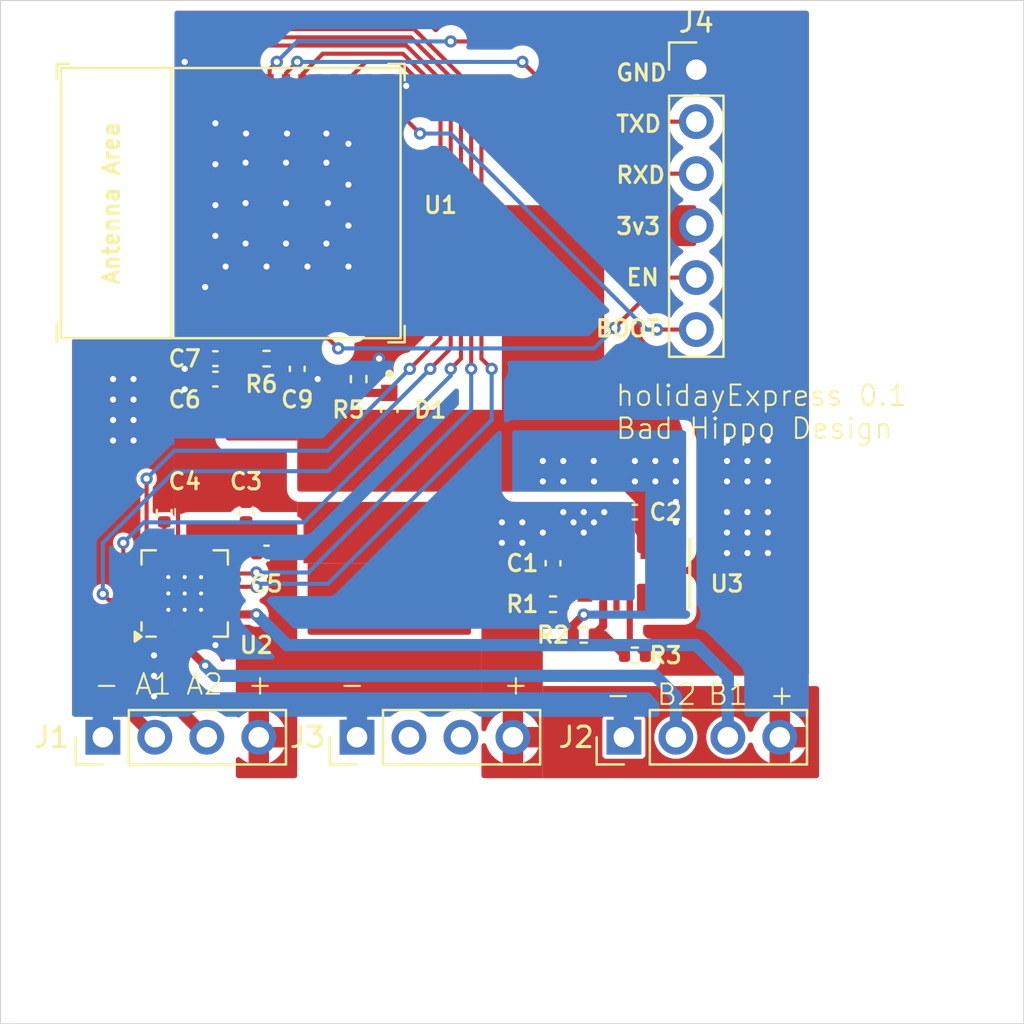
<source format=kicad_pcb>
(kicad_pcb (version 20241229) (generator "pcbnew") (generator_version "9.0")
  (title_block (title "holidayExpress_circuit") (rev "0") (company "Bad Hippo Design"))
  (layers (0 "F.Cu" signal) (2 "B.Cu" signal) (13 "F.Paste" user) (15 "B.Paste" user) (5 "F.SilkS" user "F.Silkscreen") (7 "B.SilkS" user "B.Silkscreen") (1 "F.Mask" user) (3 "B.Mask" user) (25 "Edge.Cuts" user))
  (net 0 "")
  (net 1 "+9V")
  (net 2 "Net-(U2-VINT)")
  (net 3 "Net-(U2-VCP)")
  (net 4 "+3.3V")
  (net 5 "Net-(J4-Pin_2)")
  (net 6 "Net-(J1-Pin_2)")
  (net 7 "Net-(U3-EN)")
  (net 8 "Net-(U3-FB)")
  (net 11 "Net-(U1-GPIO5)")
  (net 16 "Net-(J4-Pin_5)")
  (net 27 "Net-(U1-GPIO20)")
  (net 31 "Net-(U1-GPIO19)")
  (net 39 "Net-(U3-SW-Pad4)")
  (net 43 "Net-(D1-PadC)")
  (net 44 "Net-(J2-Pin_2)")
  (net 45 "Net-(U1-GPIO22)")
  (net 46 "Net-(U1-GPIO21)")
  (net 47 "Net-(J1-Pin_3)")
  (net 48 "Net-(J2-Pin_3)")
  (net 51 "Net-(J4-Pin_6)")
  (net 52 "Net-(J4-Pin_3)")
  (net 53 "GND")
  (net 54 "Net-(U3-AGND)")
  (footprint "PCM_Espressif:ESP32-PICO-MINI-02" (layer "F.Cu") (at 171.95 87.9 90)
    (property "Reference" "U1")
    (property "Value" "ESP32-PICO-MINI-02")
  )
  (footprint "Capacitor_SMD:C_0402_1005Metric" (layer "F.Cu") (at 171 105 180)
    (property "Reference" "C5")
    (property "Value" "0.01uF")
  )
  (footprint "Connector_PinHeader_2.54mm:PinHeader_1x04_P2.54mm_Vertical" (layer "F.Cu") (at 188.46 114 90)
    (property "Reference" "J2")
    (property "Value" "motorPower")
  )
  (footprint "Package_DFN_QFN:Texas_RTY_WQFN-16-1EP_4x4mm_P0.65mm_EP2.1x2.1mm_ThermalVias" (layer "F.Cu") (at 167 106.975 90)
    (property "Reference" "U2")
    (property "Value" "DRV8833")
  )
  (footprint "footprintDownloads:LED_SML-D12M1WT86" (layer "F.Cu") (at 177 98 -90)
    (property "Reference" "D1")
    (property "Value" "SML-D12M1WT86")
  )
  (footprint "Capacitor_SMD:C_0402_1005Metric" (layer "F.Cu") (at 166 103 90)
    (property "Reference" "C4")
    (property "Value" "2.2uF")
  )
  (footprint "Resistor_SMD:R_0402_1005Metric" (layer "F.Cu") (at 175.5 96.5 90)
    (property "Reference" "R5")
    (property "Value" "2k")
  )
  (footprint "footprints:QFN3p0x5p0x1p6_MPM3610_MNP" (layer "F.Cu") (at 189 106 90)
    (property "Reference" "U3")
    (property "Value" "MPM3610GQV-P")
  )
  (footprint "Capacitor_SMD:C_0402_1005Metric" (layer "F.Cu") (at 168.5 95.5 180)
    (property "Reference" "C7")
    (property "Value" "0.1uF")
  )
  (footprint "Connector_PinHeader_2.54mm:PinHeader_1x06_P2.54mm_Vertical" (layer "F.Cu") (at 192 81.38)
    (property "Reference" "J4")
    (property "Value" "UARTprogrammer")
  )
  (footprint "Capacitor_SMD:C_0402_1005Metric" (layer "F.Cu") (at 170 103 90)
    (property "Reference" "C3")
    (property "Value" "10uF")
  )
  (footprint "Resistor_SMD:R_0402_1005Metric" (layer "F.Cu") (at 171 95.5)
    (property "Reference" "R6")
    (property "Value" "10k")
  )
  (footprint "Capacitor_SMD:C_0402_1005Metric" (layer "F.Cu") (at 185 105.5 90)
    (property "Reference" "C1")
    (property "Value" "10uF")
  )
  (footprint "Capacitor_SMD:C_0402_1005Metric" (layer "F.Cu") (at 168.5 96.5 180)
    (property "Reference" "C6")
    (property "Value" "22uF")
  )
  (footprint "Connector_PinHeader_2.54mm:PinHeader_1x04_P2.54mm_Vertical" (layer "F.Cu") (at 175.42 114 90)
    (property "Reference" "J3")
    (property "Value" "batteryPower")
  )
  (footprint "Connector_PinHeader_2.54mm:PinHeader_1x04_P2.54mm_Vertical" (layer "F.Cu") (at 163 114 90)
    (property "Reference" "J1")
    (property "Value" "motorPower")
  )
  (footprint "Capacitor_SMD:C_0402_1005Metric" (layer "F.Cu") (at 172.5 96 -90)
    (property "Reference" "C9")
    (property "Value" "10uF")
  )
  (footprint "Resistor_SMD:R_0402_1005Metric" (layer "F.Cu") (at 186.5 109 180)
    (property "Reference" "R2")
    (property "Value" "75k")
  )
  (footprint "Capacitor_SMD:C_0402_1005Metric" (layer "F.Cu") (at 189 103 180)
    (property "Reference" "C2")
    (property "Value" "22uF")
  )
  (footprint "Resistor_SMD:R_0402_1005Metric" (layer "F.Cu") (at 189 110)
    (property "Reference" "R3")
    (property "Value" "24k")
  )
  (footprint "Resistor_SMD:R_0402_1005Metric" (layer "F.Cu") (at 185 107.5 180)
    (property "Reference" "R1")
    (property "Value" "100k")
  )
  (gr_rect (start 158 78) (end 208 128) (stroke (width 0.05)) (fill no) (layer "Edge.Cuts"))
  (gr_text "A1" (at 164.5 112 0) (layer "F.SilkS") (effects (font (size 1 1) (thickness 0.1)) (justify left bottom)))
  (gr_text "TXD" (at 188 84.5 0) (layer "F.SilkS") (effects (font (size 0.8 0.8) (thickness 0.15) (bold yes)) (justify left bottom)))
  (gr_text "+" (at 195.5 112.5 0) (layer "F.SilkS") (effects (font (size 1 1) (thickness 0.1)) (justify left bottom)))
  (gr_text "+" (at 170 112 0) (layer "F.SilkS") (effects (font (size 1 1) (thickness 0.1)) (justify left bottom)))
  (gr_text "3v3" (at 188 89.5 0) (layer "F.SilkS") (effects (font (size 0.8 0.8) (thickness 0.15) (bold yes)) (justify left bottom)))
  (gr_text "-" (at 162.5 112 0) (layer "F.SilkS") (effects (font (size 1 1) (thickness 0.1)) (justify left bottom)))
  (gr_text "A2" (at 167 112 0) (layer "F.SilkS") (effects (font (size 1 1) (thickness 0.1)) (justify left bottom)))
  (gr_text "B1" (at 192.5 112.5 0) (layer "F.SilkS") (effects (font (size 1 1) (thickness 0.1)) (justify left bottom)))
  (gr_text "+" (at 182.5 112 0) (layer "F.SilkS") (effects (font (size 1 1) (thickness 0.1)) (justify left bottom)))
  (gr_text "B2" (at 190 112.5 0) (layer "F.SilkS") (effects (font (size 1 1) (thickness 0.1)) (justify left bottom)))
  (gr_text "GND" (at 188 82 0) (layer "F.SilkS") (effects (font (size 0.8 0.8)) (justify left bottom)))
  (gr_text "EN" (at 188.5 92 0) (layer "F.SilkS") (effects (font (size 0.8 0.8) (thickness 0.15) (bold yes)) (justify left bottom)))
  (gr_text "BOOT" (at 187 94.5 0) (layer "F.SilkS") (effects (font (size 0.8 0.8) (thickness 0.15) (bold yes)) (justify left bottom)))
  (gr_text "RXD" (at 188 87 0) (layer "F.SilkS") (effects (font (size 0.8 0.8)) (justify left bottom)))
  (gr_text "holidayExpress 0.1\nBad Hippo Design" (at 188 99.5 0) (layer "F.SilkS") (effects (font (size 1 1) (thickness 0.1)) (justify left bottom)))
  (gr_text "-" (at 187.5 112.5 0) (layer "F.SilkS") (effects (font (size 1 1) (thickness 0.1)) (justify left bottom)))
  (gr_text "-" (at 174.5 112 0) (layer "F.SilkS") (effects (font (size 1 1) (thickness 0.1)) (justify left bottom)))
  (segment (start 185 105.98) (end 185 106) (width 0.2) (layer "F.Cu") (net 1))
  (segment (start 166 105.0875) (end 166.025 105.1125) (width 0.2) (layer "F.Cu") (net 2))
  (segment (start 166 103.48) (end 166 105.0875) (width 0.2) (layer "F.Cu") (net 2))
  (segment (start 168.0875 105) (end 167.975 105.1125) (width 0.4) (layer "F.Cu") (net 3))
  (segment (start 170.52 105) (end 168.0875 105) (width 0.4) (layer "F.Cu") (net 3))
  (segment (start 169.46 93.89) (end 169.55 93.8) (width 0.2) (layer "F.Cu") (net 4))
  (segment (start 189.48 103) (end 189.5 103) (width 0.2) (layer "F.Cu") (net 4))
  (segment (start 185.99 108.52) (end 186.5 108.01) (width 0.4) (layer "F.Cu") (net 4))
  (segment (start 169.48 93.87) (end 169.55 93.8) (width 0.2) (layer "F.Cu") (net 4))
  (segment (start 187 100.49) (end 186.99 100.5) (width 0.2) (layer "F.Cu") (net 4))
  (segment (start 185.99 109) (end 185.99 108.52) (width 0.4) (layer "F.Cu") (net 4))
  (segment (start 170.42 95.43) (end 170.49 95.5) (width 0.2) (layer "F.Cu") (net 4))
  (via (at 191 103.5) (size 0.6) (drill 0.3) (layers "F.Cu" "B.Cu") (net 4))
  (via (at 190 100.5) (size 0.6) (drill 0.3) (layers "F.Cu" "B.Cu") (net 4))
  (via (at 191 100.5) (size 0.6) (drill 0.3) (layers "F.Cu" "B.Cu") (net 4))
  (via (at 185.5 100.5) (size 0.6) (drill 0.3) (layers "F.Cu" "B.Cu") (net 4))
  (via (at 189 100.5) (size 0.6) (drill 0.3) (layers "F.Cu" "B.Cu") (net 4))
  (via (at 191 101.5) (size 0.6) (drill 0.3) (layers "F.Cu" "B.Cu") (net 4))
  (via (at 187 101.5) (size 0.6) (drill 0.3) (layers "F.Cu" "B.Cu") (net 4))
  (via (at 184.5 100.5) (size 0.6) (drill 0.3) (layers "F.Cu" "B.Cu") (net 4))
  (via (at 189 101.5) (size 0.6) (drill 0.3) (layers "F.Cu" "B.Cu") (net 4))
  (via (at 186.5 108.01) (size 0.6) (drill 0.3) (layers "F.Cu" "B.Cu") (net 4))
  (via (at 184.5 101.5) (size 0.6) (drill 0.3) (layers "F.Cu" "B.Cu") (net 4))
  (via (at 185.5 101.5) (size 0.6) (drill 0.3) (layers "F.Cu" "B.Cu") (net 4))
  (via (at 186.99 100.5) (size 0.6) (drill 0.3) (layers "F.Cu" "B.Cu") (net 4))
  (via (at 191 102.5) (size 0.6) (drill 0.3) (layers "F.Cu" "B.Cu") (net 4))
  (via (at 190 101.5) (size 0.6) (drill 0.3) (layers "F.Cu" "B.Cu") (net 4))
  (segment (start 191.49 108.01) (end 191.5 108) (width 0.4) (layer "B.Cu") (net 4))
  (segment (start 186.5 108.01) (end 191.49 108.01) (width 0.4) (layer "B.Cu") (net 4))
  (segment (start 180 80) (end 186.5 80) (width 0.2) (layer "F.Cu") (net 5))
  (segment (start 171.15 81.35) (end 171.5 81) (width 0.2) (layer "F.Cu") (net 5))
  (segment (start 186.5 80) (end 190.42 83.92) (width 0.2) (layer "F.Cu") (net 5))
  (segment (start 171.15 82) (end 171.15 81.35) (width 0.2) (layer "F.Cu") (net 5))
  (segment (start 190.42 83.92) (end 192 83.92) (width 0.2) (layer "F.Cu") (net 5))
  (via (at 171.5 81) (size 0.6) (drill 0.3) (layers "F.Cu" "B.Cu") (net 5))
  (via (at 180 80) (size 0.6) (drill 0.3) (layers "F.Cu" "B.Cu") (net 5))
  (segment (start 172.5 80) (end 180 80) (width 0.2) (layer "B.Cu") (net 5))
  (segment (start 171.5 81) (end 172.5 80) (width 0.2) (layer "B.Cu") (net 5))
  (segment (start 165.1375 107.95) (end 164.5 108.5875) (width 0.6) (layer "F.Cu") (net 6))
  (segment (start 164.5 112.96) (end 165.54 114) (width 0.6) (layer "F.Cu") (net 6))
  (segment (start 165.434314 114) (end 165.46 114) (width 0.2) (layer "F.Cu") (net 6))
  (segment (start 164.5 108.5875) (end 164.5 112.96) (width 0.6) (layer "F.Cu") (net 6))
  (segment (start 185.759999 106.750001) (end 186.556 106.750001) (width 0.2) (layer "F.Cu") (net 7))
  (segment (start 185.51 107) (end 185.759999 106.750001) (width 0.2) (layer "F.Cu") (net 7))
  (segment (start 185.51 107.5) (end 185.51 107) (width 0.2) (layer "F.Cu") (net 7))
  (segment (start 187.45 108.56) (end 187.45 107.394) (width 0.4) (layer "F.Cu") (net 8))
  (segment (start 187.01 109) (end 187.45 108.56) (width 0.4) (layer "F.Cu") (net 8))
  (segment (start 187.49 109) (end 187.01 109) (width 0.4) (layer "F.Cu") (net 8))
  (segment (start 188.49 110) (end 187.49 109) (width 0.4) (layer "F.Cu") (net 8))
  (segment (start 172.75 81.6) (end 172.75 82) (width 0.2) (layer "F.Cu") (net 11))
  (segment (start 180 95) (end 180 82.934314) (width 0.2) (layer "F.Cu") (net 11))
  (segment (start 179 96) (end 180 95) (width 0.2) (layer "F.Cu") (net 11))
  (segment (start 165.1375 107.3) (end 165 107.3) (width 0.4) (layer "F.Cu") (net 11))
  (segment (start 163.3 107.3) (end 165.1375 107.3) (width 0.2) (layer "F.Cu") (net 11))
  (segment (start 177.665686 80.6) (end 173.75 80.6) (width 0.2) (layer "F.Cu") (net 11))
  (segment (start 180 82.934314) (end 177.665686 80.6) (width 0.2) (layer "F.Cu") (net 11))
  (segment (start 173.75 80.6) (end 172.75 81.6) (width 0.2) (layer "F.Cu") (net 11))
  (segment (start 163 107) (end 163.3 107.3) (width 0.2) (layer "F.Cu") (net 11))
  (via (at 179 96) (size 0.6) (drill 0.3) (layers "F.Cu" "B.Cu") (net 11))
  (via (at 163 107) (size 0.6) (drill 0.3) (layers "F.Cu" "B.Cu") (net 11))
  (segment (start 163 104.5) (end 166.5 101) (width 0.2) (layer "B.Cu") (net 11))
  (segment (start 163 107) (end 163 104.5) (width 0.2) (layer "B.Cu") (net 11))
  (segment (start 174 101) (end 179 96) (width 0.2) (layer "B.Cu") (net 11))
  (segment (start 166.5 101) (end 174 101) (width 0.2) (layer "B.Cu") (net 11))
  (segment (start 190.46 91.54) (end 192 91.54) (width 0.2) (layer "F.Cu") (net 16))
  (segment (start 173.55 94.47) (end 173.55 93.8) (width 0.2) (layer "F.Cu") (net 16))
  (segment (start 188 94) (end 190.46 91.54) (width 0.2) (layer "F.Cu") (net 16))
  (segment (start 174.5 95) (end 174.01 94.51) (width 0.2) (layer "F.Cu") (net 16))
  (segment (start 171.51 95.5) (end 172.48 95.5) (width 0.2) (layer "F.Cu") (net 16))
  (segment (start 174.01 94.51) (end 173.51 94.51) (width 0.2) (layer "F.Cu") (net 16))
  (segment (start 173.51 94.51) (end 173.55 94.47) (width 0.2) (layer "F.Cu") (net 16))
  (segment (start 172.48 95.5) (end 172.5 95.52) (width 0.2) (layer "F.Cu") (net 16))
  (segment (start 172.5 95.52) (end 173.51 94.51) (width 0.2) (layer "F.Cu") (net 16))
  (via (at 188 94) (size 0.6) (drill 0.3) (layers "F.Cu" "B.Cu") (net 16))
  (via (at 174.5 95) (size 0.6) (drill 0.3) (layers "F.Cu" "B.Cu") (net 16))
  (segment (start 188 94) (end 187 95) (width 0.2) (layer "B.Cu") (net 16))
  (segment (start 187 95) (end 174.5 95) (width 0.2) (layer "B.Cu") (net 16))
  (segment (start 179.5 94.5) (end 179.5 83) (width 0.2) (layer "F.Cu") (net 27))
  (segment (start 175.15 81.698529) (end 175.15 82) (width 0.2) (layer "F.Cu") (net 27))
  (segment (start 178 96) (end 179.5 94.5) (width 0.2) (layer "F.Cu") (net 27))
  (segment (start 179.5 83) (end 177.5 81) (width 0.2) (layer "F.Cu") (net 27))
  (segment (start 177.5 81) (end 175.848529 81) (width 0.2) (layer "F.Cu") (net 27))
  (segment (start 165.1375 101.3625) (end 165.1375 106) (width 0.2) (layer "F.Cu") (net 27))
  (segment (start 175.848529 81) (end 175.15 81.698529) (width 0.2) (layer "F.Cu") (net 27))
  (via (at 165.1375 101.3625) (size 0.6) (drill 0.3) (layers "F.Cu" "B.Cu") (net 27))
  (via (at 178 96) (size 0.6) (drill 0.3) (layers "F.Cu" "B.Cu") (net 27))
  (segment (start 166.5 100) (end 174 100) (width 0.2) (layer "B.Cu") (net 27))
  (segment (start 165.1375 101.3625) (end 166.5 100) (width 0.2) (layer "B.Cu") (net 27))
  (segment (start 174 100) (end 178 96) (width 0.2) (layer "B.Cu") (net 27))
  (segment (start 164 106.024999) (end 164.625001 106.65) (width 0.2) (layer "F.Cu") (net 31))
  (segment (start 170.95 80.2) (end 169.55 81.6) (width 0.2) (layer "F.Cu") (net 31))
  (segment (start 169.55 81.6) (end 169.55 82) (width 0.2) (layer "F.Cu") (net 31))
  (segment (start 164.625001 106.65) (end 165.1375 106.65) (width 0.2) (layer "F.Cu") (net 31))
  (segment (start 177.831372 80.2) (end 170.95 80.2) (width 0.2) (layer "F.Cu") (net 31))
  (segment (start 164 104.5) (end 164 106.024999) (width 0.2) (layer "F.Cu") (net 31))
  (segment (start 180.5 82.868628) (end 177.831372 80.2) (width 0.2) (layer "F.Cu") (net 31))
  (segment (start 180 96) (end 180.5 95.5) (width 0.2) (layer "F.Cu") (net 31))
  (segment (start 180.5 95.5) (end 180.5 82.868628) (width 0.2) (layer "F.Cu") (net 31))
  (via (at 180 96) (size 0.6) (drill 0.3) (layers "F.Cu" "B.Cu") (net 31))
  (via (at 164 104.5) (size 0.6) (drill 0.3) (layers "F.Cu" "B.Cu") (net 31))
  (segment (start 180 96.334312) (end 180 96) (width 0.2) (layer "B.Cu") (net 31))
  (segment (start 164 104.5) (end 165 103.5) (width 0.2) (layer "B.Cu") (net 31))
  (segment (start 165 103.5) (end 172.834312 103.5) (width 0.2) (layer "B.Cu") (net 31))
  (segment (start 172.834312 103.5) (end 180 96.334312) (width 0.2) (layer "B.Cu") (net 31))
  (segment (start 175.665 97.175) (end 175.5 97.01) (width 0.4) (layer "F.Cu") (net 43))
  (segment (start 177 97.175) (end 175.665 97.175) (width 0.4) (layer "F.Cu") (net 43))
  (segment (start 167.325 109.825) (end 167.325 108.8375) (width 0.4) (layer "F.Cu") (net 44))
  (segment (start 168 110.5) (end 167.325 109.825) (width 0.4) (layer "F.Cu") (net 44))
  (via (at 168 110.5) (size 0.6) (drill 0.3) (layers "F.Cu" "B.Cu") (net 44))
  (segment (start 191 114) (end 191 112) (width 0.6) (layer "B.Cu") (net 44))
  (segment (start 168.5 111) (end 168 110.5) (width 0.6) (layer "B.Cu") (net 44))
  (segment (start 191 112) (end 190 111) (width 0.6) (layer "B.Cu") (net 44))
  (segment (start 189.5 111) (end 168.5 111) (width 0.6) (layer "B.Cu") (net 44))
  (segment (start 191 113.868629) (end 191 114) (width 0.6) (layer "B.Cu") (net 44))
  (segment (start 190 111) (end 189.5 111) (width 0.6) (layer "B.Cu") (net 44))
  (segment (start 181 82.75) (end 178.05 79.8) (width 0.2) (layer "F.Cu") (net 45))
  (segment (start 168.75 80.75) (end 168.75 82) (width 0.2) (layer "F.Cu") (net 45))
  (segment (start 169.7 79.8) (end 168.75 80.75) (width 0.2) (layer "F.Cu") (net 45))
  (segment (start 181 96) (end 181 82.75) (width 0.2) (layer "F.Cu") (net 45))
  (segment (start 170.449997 106) (end 168.8625 106) (width 0.2) (layer "F.Cu") (net 45))
  (segment (start 170.5 105.949997) (end 170.449997 106) (width 0.2) (layer "F.Cu") (net 45))
  (segment (start 178.05 79.8) (end 169.7 79.8) (width 0.2) (layer "F.Cu") (net 45))
  (via (at 181 96) (size 0.6) (drill 0.3) (layers "F.Cu" "B.Cu") (net 45))
  (via (at 170.5 105.949997) (size 0.6) (drill 0.3) (layers "F.Cu" "B.Cu") (net 45))
  (segment (start 173.050003 105.949997) (end 181 98) (width 0.2) (layer "B.Cu") (net 45))
  (segment (start 170.5 105.949997) (end 173.050003 105.949997) (width 0.2) (layer "B.Cu") (net 45))
  (segment (start 181 98) (end 181 96) (width 0.2) (layer "B.Cu") (net 45))
  (segment (start 178.215686 79.4) (end 169.534315 79.4) (width 0.2) (layer "F.Cu") (net 46))
  (segment (start 182 96) (end 181.5 95.5) (width 0.2) (layer "F.Cu") (net 46))
  (segment (start 170.5 106.65) (end 168.8625 106.65) (width 0.2) (layer "F.Cu") (net 46))
  (segment (start 169.534315 79.4) (end 167.95 80.984315) (width 0.2) (layer "F.Cu") (net 46))
  (segment (start 167.95 80.984315) (end 167.95 82) (width 0.2) (layer "F.Cu") (net 46))
  (segment (start 181.5 95.5) (end 181.5 82.684314) (width 0.2) (layer "F.Cu") (net 46))
  (segment (start 181.5 82.684314) (end 178.215686 79.4) (width 0.2) (layer "F.Cu") (net 46))
  (via (at 170.5 106.65) (size 0.6) (drill 0.3) (layers "F.Cu" "B.Cu") (net 46))
  (via (at 182 96) (size 0.6) (drill 0.3) (layers "F.Cu" "B.Cu") (net 46))
  (segment (start 174 106.5) (end 182 98.5) (width 0.2) (layer "B.Cu") (net 46))
  (segment (start 170.65 106.5) (end 174 106.5) (width 0.2) (layer "B.Cu") (net 46))
  (segment (start 170.5 106.65) (end 170.65 106.5) (width 0.2) (layer "B.Cu") (net 46))
  (segment (start 182 98.5) (end 182 96) (width 0.2) (layer "B.Cu") (net 46))
  (segment (start 166.675 108.8375) (end 166.675 112.595) (width 0.6) (layer "F.Cu") (net 47))
  (segment (start 166.675 112.595) (end 168.08 114) (width 0.6) (layer "F.Cu") (net 47))
  (segment (start 168.9125 108) (end 168.8625 107.95) (width 0.4) (layer "F.Cu") (net 48))
  (segment (start 170.5 108) (end 168.9125 108) (width 0.4) (layer "F.Cu") (net 48))
  (via (at 170.5 108) (size 0.6) (drill 0.3) (layers "F.Cu" "B.Cu") (net 48))
  (segment (start 192 109.5) (end 191.5 109.5) (width 0.6) (layer "B.Cu") (net 48))
  (segment (start 193.54 113.448716) (end 193.54 114) (width 0.6) (layer "B.Cu") (net 48))
  (segment (start 172 109.5) (end 170.5 108) (width 0.6) (layer "B.Cu") (net 48))
  (segment (start 193 110.5) (end 192 109.5) (width 0.6) (layer "B.Cu") (net 48))
  (segment (start 193.54 111.04) (end 193 110.5) (width 0.6) (layer "B.Cu") (net 48))
  (segment (start 193.54 114) (end 193.54 111.04) (width 0.6) (layer "B.Cu") (net 48))
  (segment (start 191.5 109.5) (end 172 109.5) (width 0.6) (layer "B.Cu") (net 48))
  (segment (start 176.85 83.9) (end 177.9 83.9) (width 0.2) (layer "F.Cu") (net 51))
  (segment (start 190.08 94.08) (end 192 94.08) (width 0.2) (layer "F.Cu") (net 51))
  (segment (start 177.9 83.9) (end 178.5 84.5) (width 0.2) (layer "F.Cu") (net 51))
  (via (at 178.5 84.5) (size 0.6) (drill 0.3) (layers "F.Cu" "B.Cu") (net 51))
  (via (at 190.08 94.08) (size 0.6) (drill 0.3) (layers "F.Cu" "B.Cu") (net 51))
  (segment (start 190.08 94.08) (end 189.58 94.08) (width 0.2) (layer "B.Cu") (net 51))
  (segment (start 180 84.5) (end 178.5 84.5) (width 0.2) (layer "B.Cu") (net 51))
  (segment (start 189.58 94.08) (end 180 84.5) (width 0.2) (layer "B.Cu") (net 51))
  (segment (start 171.95 82) (end 171.95 81.55) (width 0.2) (layer "F.Cu") (net 52))
  (segment (start 171.95 81.55) (end 172.5 81) (width 0.2) (layer "F.Cu") (net 52))
  (segment (start 183.5 81) (end 188.96 86.46) (width 0.2) (layer "F.Cu") (net 52))
  (segment (start 188.96 86.46) (end 192 86.46) (width 0.2) (layer "F.Cu") (net 52))
  (via (at 172.5 81) (size 0.6) (drill 0.3) (layers "F.Cu" "B.Cu") (net 52))
  (via (at 183.5 81) (size 0.6) (drill 0.3) (layers "F.Cu" "B.Cu") (net 52))
  (segment (start 172.5 81) (end 183.5 81) (width 0.2) (layer "B.Cu") (net 52))
  (segment (start 175.5 95.99) (end 176.01 95.99) (width 0.4) (layer "F.Cu") (net 53))
  (segment (start 176.9 81.95) (end 177.60147 81.95) (width 0.4) (layer "F.Cu") (net 53))
  (segment (start 171.95 89.875) (end 171.95 90.05) (width 0.2) (layer "F.Cu") (net 53))
  (segment (start 172.5 96.48) (end 173.48 96.48) (width 0.2) (layer "F.Cu") (net 53))
  (segment (start 175.1 91.1) (end 175 91) (width 0.2) (layer "F.Cu") (net 53))
  (segment (start 166.025 109.475) (end 165.5 110) (width 0.2) (layer "F.Cu") (net 53))
  (segment (start 176.01 95.99) (end 176.5 95.5) (width 0.4) (layer "F.Cu") (net 53))
  (segment (start 174 87.9) (end 174.1 87.9) (width 0.2) (layer "F.Cu") (net 53))
  (segment (start 169.975 89.875) (end 169.975 90.025) (width 0.2) (layer "F.Cu") (net 53))
  (segment (start 173.48 96.48) (end 173.5 96.5) (width 0.2) (layer "F.Cu") (net 53))
  (segment (start 176.85 93.8) (end 176.9 93.85) (width 0.2) (layer "F.Cu") (net 53))
  (segment (start 173.925 89.875) (end 173.925 90.075) (width 0.2) (layer "F.Cu") (net 53))
  (segment (start 176 93.85) (end 175.95 93.8) (width 0.2) (layer "F.Cu") (net 53))
  (segment (start 166.025 108.8375) (end 166.025 109.475) (width 0.2) (layer "F.Cu") (net 53))
  (segment (start 177.60147 81.95) (end 177.825735 82.174265) (width 0.4) (layer "F.Cu") (net 53))
  (segment (start 171.95 89.875) (end 171.95 89.95) (width 0.2) (layer "F.Cu") (net 53))
  (segment (start 166.675 102.825) (end 167 102.5) (width 0.2) (layer "F.Cu") (net 53))
  (segment (start 173.925 89.875) (end 173.925 89.925) (width 0.2) (layer "F.Cu") (net 53))
  (segment (start 166.675 105.1125) (end 166.675 102.825) (width 0.2) (layer "F.Cu") (net 53))
  (segment (start 167 81.95) (end 167 81) (width 0.4) (layer "F.Cu") (net 53))
  (segment (start 173.925 87.9) (end 174 87.9) (width 0.2) (layer "F.Cu") (net 53))
  (segment (start 173.925 89.875) (end 174.125 89.875) (width 0.2) (layer "F.Cu") (net 53))
  (segment (start 167.9 93.85) (end 167.95 93.8) (width 0.2) (layer "F.Cu") (net 53))
  (segment (start 169.975 89.875) (end 169.975 89.975) (width 0.2) (layer "F.Cu") (net 53))
  (via (at 193.5 100.5) (size 0.6) (drill 0.3) (layers "F.Cu" "B.Cu") (net 53))
  (via (at 175 85) (size 0.6) (drill 0.3) (layers "F.Cu" "B.Cu") (net 53))
  (via (at 175 89) (size 0.6) (drill 0.3) (layers "F.Cu" "B.Cu") (net 53))
  (via (at 168.5 109.5) (size 0.6) (drill 0.3) (layers "F.Cu" "B.Cu") (net 53))
  (via (at 186.5 104) (size 0.6) (drill 0.3) (layers "F.Cu" "B.Cu") (net 53))
  (via (at 164.5 98.5) (size 0.6) (drill 0.3) (layers "F.Cu" "B.Cu") (net 53))
  (via (at 194.5 104) (size 0.6) (drill 0.3) (layers "F.Cu" "B.Cu") (net 53))
  (via (at 193.5 104) (size 0.6) (drill 0.3) (layers "F.Cu" "B.Cu") (net 53))
  (via (at 182.5 103.5) (size 0.6) (drill 0.3) (layers "F.Cu" "B.Cu") (net 53))
  (via (at 195.5 101.5) (size 0.6) (drill 0.3) (layers "F.Cu" "B.Cu") (net 53))
  (via (at 168.5 84) (size 0.6) (drill 0.3) (layers "F.Cu" "B.Cu") (net 53))
  (via (at 174 87.9) (size 0.6) (drill 0.3) (layers "F.Cu" "B.Cu") (net 53))
  (via (at 195.5 99.5) (size 0.6) (drill 0.3) (layers "F.Cu" "B.Cu") (net 53))
  (via (at 185.5 103) (size 0.6) (drill 0.3) (layers "F.Cu" "B.Cu") (net 53))
  (via (at 194.5 103) (size 0.6) (drill 0.3) (layers "F.Cu" "B.Cu") (net 53))
  (via (at 182.5 104.5) (size 0.6) (drill 0.3) (layers "F.Cu" "B.Cu") (net 53))
  (via (at 172 84.5) (size 0.6) (drill 0.3) (layers "F.Cu" "B.Cu") (net 53))
  (via (at 171.95 85.925) (size 0.6) (drill 0.3) (layers "F.Cu" "B.Cu") (net 53))
  (via (at 164.5 97.5) (size 0.6) (drill 0.3) (layers "F.Cu" "B.Cu") (net 53))
  (via (at 170 84.5) (size 0.6) (drill 0.3) (layers "F.Cu" "B.Cu") (net 53))
  (via (at 165.5 112) (size 0.6) (drill 0.3) (layers "F.Cu" "B.Cu") (net 53))
  (via (at 167 96) (size 0.6) (drill 0.3) (layers "F.Cu" "B.Cu") (net 53))
  (via (at 171.95 87.9) (size 0.6) (drill 0.3) (layers "F.Cu" "B.Cu") (net 53))
  (via (at 195.5 103) (size 0.6) (drill 0.3) (layers "F.Cu" "B.Cu") (net 53))
  (via (at 163.5 96.5) (size 0.6) (drill 0.3) (layers "F.Cu" "B.Cu") (net 53))
  (via (at 164.5 99.5) (size 0.6) (drill 0.3) (layers "F.Cu" "B.Cu") (net 53))
  (via (at 165.5 110) (size 0.6) (drill 0.3) (layers "F.Cu" "B.Cu") (net 53))
  (via (at 168 92) (size 0.6) (drill 0.3) (layers "F.Cu" "B.Cu") (net 53))
  (via (at 169 91) (size 0.6) (drill 0.3) (layers "F.Cu" "B.Cu") (net 53))
  (via (at 194.5 105) (size 0.6) (drill 0.3) (layers "F.Cu" "B.Cu") (net 53))
  (via (at 165.5 111) (size 0.6) (drill 0.3) (layers "F.Cu" "B.Cu") (net 53))
  (via (at 168.5 89.5) (size 0.6) (drill 0.3) (layers "F.Cu" "B.Cu") (net 53))
  (via (at 193.5 99.5) (size 0.6) (drill 0.3) (layers "F.Cu" "B.Cu") (net 53))
  (via (at 169.975 85.925) (size 0.6) (drill 0.3) (layers "F.Cu" "B.Cu") (net 53))
  (via (at 167 81) (size 0.6) (drill 0.3) (layers "F.Cu" "B.Cu") (net 53))
  (via (at 186 103.5) (size 0.6) (drill 0.3) (layers "F.Cu" "B.Cu") (net 53))
  (via (at 183.5 104.5) (size 0.6) (drill 0.3) (layers "F.Cu" "B.Cu") (net 53))
  (via (at 193.5 101.5) (size 0.6) (drill 0.3) (layers "F.Cu" "B.Cu") (net 53))
  (via (at 168.5 88) (size 0.6) (drill 0.3) (layers "F.Cu" "B.Cu") (net 53))
  (via (at 193.5 103) (size 0.6) (drill 0.3) (layers "F.Cu" "B.Cu") (net 53))
  (via (at 194.5 101.5) (size 0.6) (drill 0.3) (layers "F.Cu" "B.Cu") (net 53))
  (via (at 176.5 95.5) (size 0.6) (drill 0.3) (layers "F.Cu" "B.Cu") (net 53))
  (via (at 175 87) (size 0.6) (drill 0.3) (layers "F.Cu" "B.Cu") (net 53))
  (via (at 194.5 99.5) (size 0.6) (drill 0.3) (layers "F.Cu" "B.Cu") (net 53))
  (via (at 164.5 96.5) (size 0.6) (drill 0.3) (layers "F.Cu" "B.Cu") (net 53))
  (via (at 169.975 89.875) (size 0.6) (drill 0.3) (layers "F.Cu" "B.Cu") (net 53))
  (via (at 187.5 103) (size 0.6) (drill 0.3) (layers "F.Cu" "B.Cu") (net 53))
  (via (at 163.5 97.5) (size 0.6) (drill 0.3) (layers "F.Cu" "B.Cu") (net 53))
  (via (at 173.5 96.5) (size 0.6) (drill 0.3) (layers "F.Cu" "B.Cu") (net 53))
  (via (at 193.5 105) (size 0.6) (drill 0.3) (layers "F.Cu" "B.Cu") (net 53))
  (via (at 195.5 105) (size 0.6) (drill 0.3) (layers "F.Cu" "B.Cu") (net 53))
  (via (at 171 91) (size 0.6) (drill 0.3) (layers "F.Cu" "B.Cu") (net 53))
  (via (at 169.975 87.9) (size 0.6) (drill 0.3) (layers "F.Cu" "B.Cu") (net 53))
  (via (at 173.925 85.925) (size 0.6) (drill 0.3) (layers "F.Cu" "B.Cu") (net 53))
  (via (at 173 91) (size 0.6) (drill 0.3) (layers "F.Cu" "B.Cu") (net 53))
  (via (at 195.5 104) (size 0.6) (drill 0.3) (layers "F.Cu" "B.Cu") (net 53))
  (via (at 163.5 98.5) (size 0.6) (drill 0.3) (layers "F.Cu" "B.Cu") (net 53))
  (via (at 175 91) (size 0.6) (drill 0.3) (layers "F.Cu" "B.Cu") (net 53))
  (via (at 177.825735 82.174265) (size 0.6) (drill 0.3) (layers "F.Cu" "B.Cu") (net 53))
  (via (at 183.5 103.5) (size 0.6) (drill 0.3) (layers "F.Cu" "B.Cu") (net 53))
  (via (at 171.95 89.875) (size 0.6) (drill 0.3) (layers "F.Cu" "B.Cu") (net 53))
  (via (at 173.925 84.5) (size 0.6) (drill 0.3) (layers "F.Cu" "B.Cu") (net 53))
  (via (at 173.925 89.875) (size 0.6) (drill 0.3) (layers "F.Cu" "B.Cu") (net 53))
  (via (at 168.5 86) (size 0.6) (drill 0.3) (layers "F.Cu" "B.Cu") (net 53))
  (via (at 163.5 99.5) (size 0.6) (drill 0.3) (layers "F.Cu" "B.Cu") (net 53))
  (via (at 195.5 100.5) (size 0.6) (drill 0.3) (layers "F.Cu" "B.Cu") (net 53))
  (via (at 167 97) (size 0.6) (drill 0.3) (layers "F.Cu" "B.Cu") (net 53))
  (via (at 186.5 103) (size 0.6) (drill 0.3) (layers "F.Cu" "B.Cu") (net 53))
  (via (at 184.5 104) (size 0.6) (drill 0.3) (layers "F.Cu" "B.Cu") (net 53))
  (via (at 187 103.5) (size 0.6) (drill 0.3) (layers "F.Cu" "B.Cu") (net 53))
  (via (at 194.5 100.5) (size 0.6) (drill 0.3) (layers "F.Cu" "B.Cu") (net 53))
  (segment (start 175.42 114) (end 175.42 112.58) (width 1) (layer "B.Cu") (net 53))
  (segment (start 163 113.92) (end 163 112.5) (width 1) (layer "B.Cu") (net 53))
  (segment (start 188.46 114) (end 188.46 112.96) (width 1) (layer "B.Cu") (net 53))
  (segment (start 189.51 110) (end 188.75 109.24) (width 0.3) (layer "F.Cu") (net 54))
  (segment (start 188.75 109.24) (end 188.75 107.254) (width 0.3) (layer "F.Cu") (net 54))
  (zone (net 1) (net_name "+9V") (layer "F.Cu") (priority 11) (connect_pads yes (clearance 0.2)) (min_thickness 0.25) (fill yes (thermal_gap 0.5) (thermal_bridge_width 0.5))
    (polygon (pts (xy 183.5 105.5) (xy 187 105.5) (xy 187 106.5) (xy 185.5 106.5) (xy 184 107)))
  )
  (zone (net 53) (net_name "GND") (layer "F.Cu") (priority 5) (connect_pads yes (clearance 0.2)) (min_thickness 0.25) (fill yes (thermal_gap 0.5) (thermal_bridge_width 0.5))
    (polygon (pts (xy 172.5 105.5) (xy 186 105.5) (xy 186 102.5) (xy 172.5 102.5)))
  )
  (zone (net 53) (net_name "GND") (layer "F.Cu") (priority 1) (connect_pads yes (clearance 0.4)) (min_thickness 0.25) (fill yes (thermal_gap 0.5) (thermal_bridge_width 0.5))
    (polygon (pts (xy 166.5 82.5) (xy 177.5 82.5) (xy 177.5 94) (xy 166.5 94)))
  )
  (zone (net 39) (net_name "Net-(U3-SW-Pad4)") (layer "F.Cu") (priority 6) (connect_pads yes (clearance 0.2)) (min_thickness 0.25) (fill yes (thermal_gap 0.5) (thermal_bridge_width 0.5))
    (polygon (pts (xy 191.5 108) (xy 189 108) (xy 189 106.5) (xy 191.5 106.5)))
  )
  (zone (net 4) (net_name "+3.3V") (layer "F.Cu") (priority 14) (connect_pads (clearance 0.5)) (min_thickness 0.25) (fill yes (thermal_gap 0.5) (thermal_bridge_width 0.5))
    (polygon (pts (xy 169 98) (xy 169 99.5) (xy 172.5 99.5) (xy 172.5 98)))
  )
  (zone (net 4) (net_name "+3.3V") (layer "F.Cu") (priority 4) (connect_pads yes (clearance 0.2)) (min_thickness 0.25) (fill yes (thermal_gap 0.5) (thermal_bridge_width 0.5))
    (polygon (pts (xy 169 98) (xy 169 94) (xy 169 93) (xy 170 93) (xy 170 94.5) (xy 170.5 94.5) (xy 170.5 97) (xy 170.5 96.5) (xy 171.5 96.5) (xy 172.5 98)))
  )
  (zone (net 4) (net_name "+3.3V") (layer "F.Cu") (priority 20) (connect_pads yes (clearance 0.2)) (min_thickness 0.25) (fill yes (thermal_gap 0.5) (thermal_bridge_width 2))
    (polygon (pts (xy 192 88) (xy 192 90) (xy 187.5 90) (xy 187.5 98) (xy 182.5 98) (xy 182.5 88)))
  )
  (zone (net 4) (net_name "+3.3V") (layer "F.Cu") (priority 8) (connect_pads yes (clearance 0.2)) (min_thickness 0.25) (fill yes (thermal_gap 0.5) (thermal_bridge_width 0.5))
    (polygon (pts (xy 189 105) (xy 189 102.5) (xy 188.5 102) (xy 172.5 102) (xy 172.5 98) (xy 191 98) (xy 191.5 99.5) (xy 191.5 105)))
  )
  (zone (net 53) (net_name "GND") (layer "F.Cu") (priority 3) (connect_pads yes (clearance 0.2)) (min_thickness 0.25) (fill yes (thermal_gap 0.5) (thermal_bridge_width 0.5))
    (polygon (pts (xy 186 102.5) (xy 188.5 102.5) (xy 188.5 104) (xy 187.5 104) (xy 187.5 105.5) (xy 185.5 105)))
  )
  (zone (net 53) (net_name "GND") (layer "F.Cu") (priority 7) (connect_pads yes (clearance 0.2)) (min_thickness 0.25) (fill yes (thermal_gap 0.5) (thermal_bridge_width 0.5))
    (polygon (pts (xy 166.5 94) (xy 166.5 97.5) (xy 168 97.5) (xy 168 94)))
  )
  (zone (net 1) (net_name "+9V") (layer "F.Cu") (priority 13) (connect_pads thru_hole_only (clearance 0.3)) (min_thickness 0.25) (fill yes (thermal_gap 0.5) (thermal_bridge_width 1))
    (polygon (pts (xy 181.5 109.5) (xy 172.5 109.5) (xy 172.5 103.5) (xy 167 103.5) (xy 167 105.5) (xy 169.5 105.5) (xy 169.5 116) (xy 172.5 116) (xy 172.5 112.5) (xy 181.5 112.5)))
  )
  (zone (net 1) (net_name "+9V") (layer "F.Cu") (priority 12) (connect_pads thru_hole_only (clearance 0.2)) (min_thickness 0.25) (fill yes (thermal_gap 0.5) (thermal_bridge_width 1))
    (polygon (pts (xy 184.5 111.5) (xy 198 111.5) (xy 198 116) (xy 184.5 116)))
  )
  (zone (net 1) (net_name "+9V") (layer "F.Cu") (priority 2) (connect_pads thru_hole_only (clearance 0.2)) (min_thickness 0.25) (fill yes (thermal_gap 0.5) (thermal_bridge_width 1))
    (polygon (pts (xy 181.5 105.5) (xy 184 105.5) (xy 184 106) (xy 184.5 107) (xy 184.5 116) (xy 181.5 116)))
  )
  (zone (net 53) (net_name "GND") (layers "F.Cu" "B.Cu") (priority 10) (connect_pads yes (clearance 0.2)) (min_thickness 0.25) (fill yes (thermal_gap 0.5) (thermal_bridge_width 0.5))
    (polygon (pts (xy 161.5 94.5) (xy 166.5 94.5) (xy 166.5 113) (xy 161.5 113)))
  )
  (zone (net 53) (net_name "GND") (layers "F.Cu" "B.Cu") (connect_pads yes (clearance 0.5)) (min_thickness 0.25) (fill yes (thermal_gap 0.5) (thermal_bridge_width 0.5))
    (polygon (pts (xy 166.5 78.5) (xy 166.5 113) (xy 197.5 113) (xy 197.5 78.5)))
  )
  (zone (net 4) (net_name "+3.3V") (layer "B.Cu") (priority 9) (connect_pads (clearance 0.2)) (min_thickness 0.25) (fill yes (thermal_gap 0.5) (thermal_bridge_width 0.5))
    (polygon (pts (xy 183 99) (xy 191.5 99) (xy 191.5 108) (xy 189.5 108) (xy 189.5 102) (xy 183 102)))
  )
)
</source>
